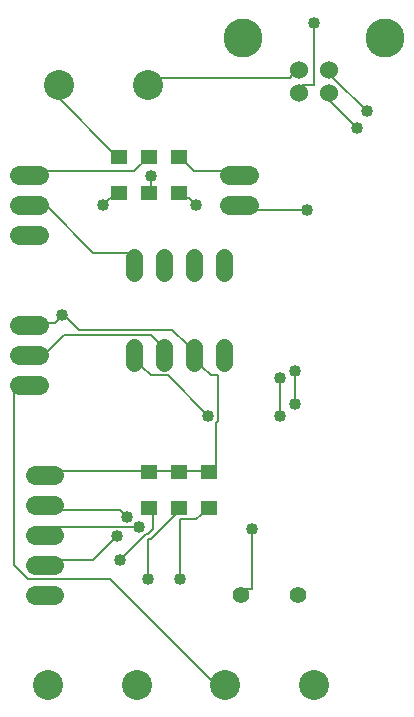
<source format=gbl>
G75*
G70*
%OFA0B0*%
%FSLAX24Y24*%
%IPPOS*%
%LPD*%
%AMOC8*
5,1,8,0,0,1.08239X$1,22.5*
%
%ADD10C,0.0560*%
%ADD11C,0.0560*%
%ADD12C,0.0600*%
%ADD13C,0.1300*%
%ADD14C,0.0634*%
%ADD15C,0.1000*%
%ADD16C,0.0640*%
%ADD17R,0.0551X0.0472*%
%ADD18C,0.0080*%
%ADD19C,0.0400*%
D10*
X029651Y015101D03*
X031551Y015101D03*
D11*
X029101Y022821D02*
X029101Y023381D01*
X028101Y023381D02*
X028101Y022821D01*
X027101Y022821D02*
X027101Y023381D01*
X026101Y023381D02*
X026101Y022821D01*
X026101Y025821D02*
X026101Y026381D01*
X027101Y026381D02*
X027101Y025821D01*
X028101Y025821D02*
X028101Y026381D01*
X029101Y026381D02*
X029101Y025821D01*
D12*
X031609Y031821D03*
X032593Y031821D03*
X032593Y032601D03*
X031609Y032601D03*
D13*
X029731Y033671D03*
X034471Y033671D03*
D14*
X023418Y019101D02*
X022784Y019101D01*
X022784Y018101D02*
X023418Y018101D01*
X023418Y017101D02*
X022784Y017101D01*
X022784Y016101D02*
X023418Y016101D01*
X023418Y015101D02*
X022784Y015101D01*
D15*
X023243Y012101D03*
X026195Y012101D03*
X029148Y012101D03*
X032101Y012101D03*
X026554Y032101D03*
X023601Y032101D03*
D16*
X022921Y029101D02*
X022281Y029101D01*
X022281Y028101D02*
X022921Y028101D01*
X022921Y027101D02*
X022281Y027101D01*
X022281Y024101D02*
X022921Y024101D01*
X022921Y023101D02*
X022281Y023101D01*
X022281Y022101D02*
X022921Y022101D01*
X029281Y028101D02*
X029921Y028101D01*
X029921Y029101D02*
X029281Y029101D01*
D17*
X027601Y029691D03*
X026601Y029691D03*
X025601Y029691D03*
X025601Y028510D03*
X026601Y028510D03*
X027601Y028510D03*
X027601Y019191D03*
X026601Y019191D03*
X026601Y018010D03*
X027601Y018010D03*
X028601Y018010D03*
X028601Y019191D03*
D18*
X028821Y019381D01*
X028821Y020821D01*
X028901Y020901D01*
X028901Y022421D01*
X028661Y022421D01*
X028341Y022741D01*
X028101Y023101D01*
X027861Y023461D01*
X027381Y023941D01*
X024261Y023941D01*
X023861Y024341D01*
X023701Y024421D01*
X023461Y024181D01*
X023221Y024181D01*
X022601Y024101D01*
X022601Y023101D02*
X023221Y023221D01*
X023781Y023781D01*
X026661Y023781D01*
X026901Y023541D01*
X027101Y023101D01*
X026661Y022421D02*
X026341Y022741D01*
X026101Y023101D01*
X026661Y022421D02*
X027221Y022421D01*
X028581Y021061D01*
X030981Y021061D02*
X030981Y022341D01*
X031461Y022581D02*
X031461Y021461D01*
X028601Y019191D02*
X028341Y019221D01*
X027861Y019221D01*
X027601Y019191D01*
X027381Y019221D01*
X026821Y019221D01*
X026601Y019191D01*
X026341Y019221D01*
X023701Y019221D01*
X023101Y019101D01*
X023101Y018101D02*
X023701Y017941D01*
X025621Y017941D01*
X025861Y017701D01*
X026261Y017381D02*
X023541Y017381D01*
X023101Y017101D01*
X023101Y016101D02*
X023701Y016261D01*
X024741Y016261D01*
X025541Y017061D01*
X025621Y016261D02*
X026501Y017141D01*
X026581Y017141D01*
X026741Y017301D01*
X026741Y017781D01*
X026601Y018010D01*
X027461Y017781D02*
X027601Y018010D01*
X027461Y017781D02*
X026661Y016981D01*
X026581Y016981D01*
X026581Y015621D01*
X027621Y015621D02*
X027621Y017621D01*
X028181Y017621D01*
X028341Y017781D01*
X028601Y018010D01*
X030021Y017301D02*
X030021Y015301D01*
X029781Y015301D01*
X029651Y015101D01*
X028661Y012261D02*
X025301Y015621D01*
X022581Y015621D01*
X022101Y016101D01*
X022101Y021861D01*
X022601Y022101D01*
X026101Y026101D02*
X025861Y026501D01*
X024741Y026501D01*
X023221Y028021D01*
X022601Y028101D01*
X022601Y029101D02*
X023221Y029221D01*
X026101Y029221D01*
X026341Y029461D01*
X026601Y029691D01*
X027601Y029691D02*
X027861Y029461D01*
X028101Y029221D01*
X028981Y029221D01*
X029601Y029101D01*
X028181Y028101D02*
X027941Y028341D01*
X027861Y028341D01*
X027601Y028510D01*
X026661Y028741D02*
X026661Y029061D01*
X026661Y028741D02*
X026601Y028510D01*
X025601Y028510D02*
X025381Y028341D01*
X025301Y028341D01*
X025061Y028101D01*
X025601Y029691D02*
X025381Y029861D01*
X023621Y031621D01*
X023601Y032101D01*
X026554Y032101D02*
X026981Y032341D01*
X031301Y032341D01*
X031381Y032421D01*
X031609Y032601D01*
X031701Y032101D02*
X031609Y031821D01*
X031701Y032101D02*
X032101Y032101D01*
X032101Y034181D01*
X032593Y032601D02*
X032741Y032341D01*
X033861Y031221D01*
X033541Y030661D02*
X032661Y031541D01*
X032593Y031821D01*
X031861Y027941D02*
X030181Y027941D01*
X029601Y028101D01*
X028661Y012261D02*
X029148Y012101D01*
D19*
X027621Y015621D03*
X026581Y015621D03*
X025621Y016261D03*
X025541Y017061D03*
X025861Y017701D03*
X026261Y017381D03*
X030021Y017301D03*
X030981Y021061D03*
X031461Y021461D03*
X030981Y022341D03*
X031461Y022581D03*
X028581Y021061D03*
X023701Y024421D03*
X025061Y028101D03*
X026661Y029061D03*
X028181Y028101D03*
X031861Y027941D03*
X033541Y030661D03*
X033861Y031221D03*
X032101Y034181D03*
M02*

</source>
